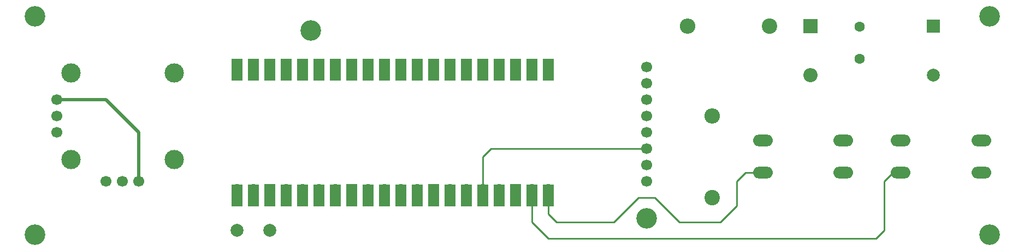
<source format=gbr>
%TF.GenerationSoftware,KiCad,Pcbnew,7.0.10*%
%TF.CreationDate,2024-02-15T20:28:35+01:00*%
%TF.ProjectId,pico_game_console,7069636f-5f67-4616-9d65-5f636f6e736f,rev?*%
%TF.SameCoordinates,Original*%
%TF.FileFunction,Copper,L2,Bot*%
%TF.FilePolarity,Positive*%
%FSLAX46Y46*%
G04 Gerber Fmt 4.6, Leading zero omitted, Abs format (unit mm)*
G04 Created by KiCad (PCBNEW 7.0.10) date 2024-02-15 20:28:35*
%MOMM*%
%LPD*%
G01*
G04 APERTURE LIST*
%TA.AperFunction,ComponentPad*%
%ADD10C,1.700000*%
%TD*%
%TA.AperFunction,ComponentPad*%
%ADD11O,1.700000X1.700000*%
%TD*%
%TA.AperFunction,SMDPad,CuDef*%
%ADD12R,1.700000X3.500000*%
%TD*%
%TA.AperFunction,ComponentPad*%
%ADD13R,1.700000X1.700000*%
%TD*%
%TA.AperFunction,ComponentPad*%
%ADD14C,3.000000*%
%TD*%
%TA.AperFunction,ComponentPad*%
%ADD15C,2.000000*%
%TD*%
%TA.AperFunction,ComponentPad*%
%ADD16O,3.048000X1.850000*%
%TD*%
%TA.AperFunction,ComponentPad*%
%ADD17O,2.400000X2.400000*%
%TD*%
%TA.AperFunction,ComponentPad*%
%ADD18C,2.400000*%
%TD*%
%TA.AperFunction,ComponentPad*%
%ADD19R,2.200000X2.200000*%
%TD*%
%TA.AperFunction,ComponentPad*%
%ADD20O,2.200000X2.200000*%
%TD*%
%TA.AperFunction,ComponentPad*%
%ADD21C,1.600000*%
%TD*%
%TA.AperFunction,ComponentPad*%
%ADD22R,2.000000X2.000000*%
%TD*%
%TA.AperFunction,ViaPad*%
%ADD23C,3.200000*%
%TD*%
%TA.AperFunction,Conductor*%
%ADD24C,0.250000*%
%TD*%
%TA.AperFunction,Conductor*%
%ADD25C,0.500000*%
%TD*%
G04 APERTURE END LIST*
D10*
%TO.P,LCD1,1,VCC*%
%TO.N,Net-(LCD1-VCC)*%
X135890000Y-45720000D03*
%TO.P,LCD1,2,GND*%
%TO.N,Net-(BZ1--)*%
X135890000Y-43180000D03*
%TO.P,LCD1,3,DIN*%
%TO.N,Net-(LCD1-DIN)*%
X135890000Y-40640000D03*
%TO.P,LCD1,4,CLK*%
%TO.N,Net-(LCD1-CLK)*%
X135890000Y-38100000D03*
%TO.P,LCD1,5,CS*%
%TO.N,Net-(LCD1-CS)*%
X135890000Y-35560000D03*
%TO.P,LCD1,6,DC*%
%TO.N,Net-(LCD1-DC)*%
X135890000Y-33020000D03*
%TO.P,LCD1,7,RST*%
%TO.N,Net-(LCD1-RST)*%
X135890000Y-30480000D03*
%TO.P,LCD1,8,BL*%
%TO.N,Net-(LCD1-BL)*%
X135890000Y-27940000D03*
%TD*%
D11*
%TO.P,U1,1,GPIO0*%
%TO.N,unconnected-(U1-GPIO0-Pad1)*%
X72390000Y-29210000D03*
D12*
X72390000Y-28310000D03*
D11*
%TO.P,U1,2,GPIO1*%
%TO.N,unconnected-(U1-GPIO1-Pad2)*%
X74930000Y-29210000D03*
D12*
X74930000Y-28310000D03*
%TO.P,U1,3,GND*%
%TO.N,unconnected-(U1-GND-Pad3)*%
X77470000Y-28310000D03*
D13*
X77470000Y-29210000D03*
D11*
%TO.P,U1,4,GPIO2*%
%TO.N,unconnected-(U1-GPIO2-Pad4)*%
X80010000Y-29210000D03*
D12*
X80010000Y-28310000D03*
D11*
%TO.P,U1,5,GPIO3*%
%TO.N,unconnected-(U1-GPIO3-Pad5)*%
X82550000Y-29210000D03*
D12*
X82550000Y-28310000D03*
D11*
%TO.P,U1,6,GPIO4*%
%TO.N,unconnected-(U1-GPIO4-Pad6)*%
X85090000Y-29210000D03*
D12*
X85090000Y-28310000D03*
%TO.P,U1,7,GPIO5*%
%TO.N,unconnected-(U1-GPIO5-Pad7)*%
X87630000Y-28310000D03*
D11*
X87630000Y-29210000D03*
D13*
%TO.P,U1,8,GND*%
%TO.N,unconnected-(U1-GND-Pad8)*%
X90170000Y-29210000D03*
D12*
X90170000Y-28310000D03*
%TO.P,U1,9,GPIO6*%
%TO.N,unconnected-(U1-GPIO6-Pad9)*%
X92710000Y-28310000D03*
D11*
X92710000Y-29210000D03*
%TO.P,U1,10,GPIO7*%
%TO.N,unconnected-(U1-GPIO7-Pad10)*%
X95250000Y-29210000D03*
D12*
X95250000Y-28310000D03*
%TO.P,U1,11,GPIO8*%
%TO.N,unconnected-(U1-GPIO8-Pad11)*%
X97790000Y-28310000D03*
D11*
X97790000Y-29210000D03*
%TO.P,U1,12,GPIO9*%
%TO.N,unconnected-(U1-GPIO9-Pad12)*%
X100330000Y-29210000D03*
D12*
X100330000Y-28310000D03*
D13*
%TO.P,U1,13,GND*%
%TO.N,unconnected-(U1-GND-Pad13)*%
X102870000Y-29210000D03*
D12*
X102870000Y-28310000D03*
%TO.P,U1,14,GPIO10*%
%TO.N,unconnected-(U1-GPIO10-Pad14)*%
X105410000Y-28310000D03*
D11*
X105410000Y-29210000D03*
%TO.P,U1,15,GPIO11*%
%TO.N,Net-(LCD1-CS)*%
X107950000Y-29210000D03*
D12*
X107950000Y-28310000D03*
%TO.P,U1,16,GPIO12*%
%TO.N,Net-(LCD1-DC)*%
X110490000Y-28310000D03*
D11*
X110490000Y-29210000D03*
D12*
%TO.P,U1,17,GPIO13*%
%TO.N,Net-(LCD1-RST)*%
X113030000Y-28310000D03*
D11*
X113030000Y-29210000D03*
D12*
%TO.P,U1,18,GND*%
%TO.N,unconnected-(U1-GND-Pad18)*%
X115570000Y-28310000D03*
D13*
X115570000Y-29210000D03*
D11*
%TO.P,U1,19,GPIO14*%
%TO.N,Net-(U1-GPIO14)*%
X118110000Y-29210000D03*
D12*
X118110000Y-28310000D03*
%TO.P,U1,20,GPIO15*%
%TO.N,Net-(LCD1-BL)*%
X120650000Y-28310000D03*
D11*
X120650000Y-29210000D03*
D12*
%TO.P,U1,21,GPIO16*%
%TO.N,Net-(U1-GPIO16)*%
X120650000Y-47890000D03*
D11*
X120650000Y-46990000D03*
D12*
%TO.P,U1,22,GPIO17*%
%TO.N,Net-(U1-GPIO17)*%
X118110000Y-47890000D03*
D11*
X118110000Y-46990000D03*
D12*
%TO.P,U1,23,GND*%
%TO.N,Net-(BZ1--)*%
X115570000Y-47890000D03*
D13*
X115570000Y-46990000D03*
D11*
%TO.P,U1,24,GPIO18*%
%TO.N,Net-(LCD1-CLK)*%
X113030000Y-46990000D03*
D12*
X113030000Y-47890000D03*
%TO.P,U1,25,GPIO19*%
%TO.N,Net-(LCD1-DIN)*%
X110490000Y-47890000D03*
D11*
X110490000Y-46990000D03*
D12*
%TO.P,U1,26,GPIO20*%
%TO.N,unconnected-(U1-GPIO20-Pad26)*%
X107950000Y-47890000D03*
D11*
X107950000Y-46990000D03*
%TO.P,U1,27,GPIO21*%
%TO.N,unconnected-(U1-GPIO21-Pad27)*%
X105410000Y-46990000D03*
D12*
X105410000Y-47890000D03*
D13*
%TO.P,U1,28,GND*%
%TO.N,unconnected-(U1-GND-Pad28)*%
X102870000Y-46990000D03*
D12*
X102870000Y-47890000D03*
D11*
%TO.P,U1,29,GPIO22*%
%TO.N,unconnected-(U1-GPIO22-Pad29)*%
X100330000Y-46990000D03*
D12*
X100330000Y-47890000D03*
%TO.P,U1,30,RUN*%
%TO.N,unconnected-(U1-RUN-Pad30)*%
X97790000Y-47890000D03*
D11*
X97790000Y-46990000D03*
%TO.P,U1,31,GPIO26_ADC0*%
%TO.N,Net-(JOY1-YOUT)*%
X95250000Y-46990000D03*
D12*
X95250000Y-47890000D03*
D11*
%TO.P,U1,32,GPIO27_ADC1*%
%TO.N,Net-(JOY1-XOUT)*%
X92710000Y-46990000D03*
D12*
X92710000Y-47890000D03*
%TO.P,U1,33,AGND*%
%TO.N,Net-(U1-AGND)*%
X90170000Y-47890000D03*
D13*
X90170000Y-46990000D03*
D12*
%TO.P,U1,34,GPIO28_ADC2*%
%TO.N,unconnected-(U1-GPIO28_ADC2-Pad34)*%
X87630000Y-47890000D03*
D11*
X87630000Y-46990000D03*
D12*
%TO.P,U1,35,ADC_VREF*%
%TO.N,unconnected-(U1-ADC_VREF-Pad35)*%
X85090000Y-47890000D03*
D11*
X85090000Y-46990000D03*
%TO.P,U1,36,3V3*%
%TO.N,Net-(LCD1-VCC)*%
X82550000Y-46990000D03*
D12*
X82550000Y-47890000D03*
%TO.P,U1,37,3V3_EN*%
%TO.N,unconnected-(U1-3V3_EN-Pad37)*%
X80010000Y-47890000D03*
D11*
X80010000Y-46990000D03*
D12*
%TO.P,U1,38,GND*%
%TO.N,Net-(+3V/GND1--)*%
X77470000Y-47890000D03*
D13*
X77470000Y-46990000D03*
D12*
%TO.P,U1,39,VSYS*%
%TO.N,Net-(+3V/GND1-+)*%
X74930000Y-47890000D03*
D11*
X74930000Y-46990000D03*
%TO.P,U1,40,VBUS*%
%TO.N,unconnected-(U1-VBUS-Pad40)*%
X72390000Y-46990000D03*
D12*
X72390000Y-47890000D03*
%TD*%
D10*
%TO.P,JOY1,1,VCC*%
%TO.N,Net-(LCD1-VCC)*%
X52070000Y-45720000D03*
%TO.P,JOY1,2,XOUT*%
%TO.N,Net-(JOY1-XOUT)*%
X54610000Y-45720000D03*
%TO.P,JOY1,3,GND*%
%TO.N,Net-(U1-AGND)*%
X57150000Y-45720000D03*
%TO.P,JOY1,4,GND*%
%TO.N,Net-(LCD1-VCC)*%
X44450000Y-38100000D03*
%TO.P,JOY1,5,YOUT*%
%TO.N,Net-(JOY1-YOUT)*%
X44450000Y-35560000D03*
%TO.P,JOY1,6,VCC*%
%TO.N,Net-(U1-AGND)*%
X44450000Y-33020000D03*
D14*
%TO.P,JOY1,8*%
%TO.N,N/C*%
X46610000Y-28810000D03*
X46610000Y-42310000D03*
X62610000Y-28810000D03*
X62610000Y-42310000D03*
%TD*%
D15*
%TO.P,+3V/GND1,1,+*%
%TO.N,Net-(+3V/GND1-+)*%
X72390000Y-53340000D03*
%TO.P,+3V/GND1,2,-*%
%TO.N,Net-(+3V/GND1--)*%
X77470000Y-53340000D03*
%TD*%
D16*
%TO.P,SW2,2,2*%
%TO.N,Net-(U1-GPIO17)*%
X187760000Y-44370000D03*
X175260000Y-44370000D03*
%TO.P,SW2,1,1*%
%TO.N,Net-(R1-Pad2)*%
X187760000Y-39370000D03*
X175260000Y-39370000D03*
%TD*%
%TO.P,SW1,2,2*%
%TO.N,Net-(U1-GPIO16)*%
X166370000Y-44370000D03*
X153870000Y-44370000D03*
%TO.P,SW1,1,1*%
%TO.N,Net-(R1-Pad2)*%
X166370000Y-39370000D03*
X153870000Y-39370000D03*
%TD*%
D17*
%TO.P,R2,2*%
%TO.N,Net-(U1-GPIO14)*%
X142240000Y-21590000D03*
D18*
%TO.P,R2,1*%
%TO.N,Net-(BZ1-+)*%
X154940000Y-21590000D03*
%TD*%
%TO.P,R1,1*%
%TO.N,Net-(LCD1-VCC)*%
X146050000Y-48260000D03*
D17*
%TO.P,R1,2*%
%TO.N,Net-(R1-Pad2)*%
X146050000Y-35560000D03*
%TD*%
D19*
%TO.P,D1,1,K*%
%TO.N,Net-(BZ1-+)*%
X161290000Y-21590000D03*
D20*
%TO.P,D1,2,A*%
%TO.N,Net-(BZ1--)*%
X161290000Y-29210000D03*
%TD*%
D21*
%TO.P,C1,1*%
%TO.N,Net-(BZ1-+)*%
X168910000Y-21630000D03*
%TO.P,C1,2*%
%TO.N,Net-(BZ1--)*%
X168910000Y-26630000D03*
%TD*%
D22*
%TO.P,BZ1,1,+*%
%TO.N,Net-(BZ1-+)*%
X180340000Y-21600000D03*
D15*
%TO.P,BZ1,2,-*%
%TO.N,Net-(BZ1--)*%
X180340000Y-29200000D03*
%TD*%
D23*
%TO.N,*%
X189000000Y-20000000D03*
X189000000Y-54000000D03*
X41000000Y-54000000D03*
X41000000Y-20000000D03*
X83820000Y-22225000D03*
X135890000Y-51435000D03*
%TD*%
D24*
%TO.N,Net-(U1-GPIO16)*%
X130810000Y-52070000D02*
X121920000Y-52070000D01*
X134620000Y-48260000D02*
X130810000Y-52070000D01*
X137160000Y-48260000D02*
X134620000Y-48260000D01*
X138430000Y-49530000D02*
X137160000Y-48260000D01*
X140970000Y-52070000D02*
X138430000Y-49530000D01*
X147320000Y-52070000D02*
X140970000Y-52070000D01*
X151210000Y-44370000D02*
X153870000Y-44370000D01*
X149860000Y-49530000D02*
X149860000Y-45720000D01*
X147320000Y-52070000D02*
X149860000Y-49530000D01*
X149860000Y-45720000D02*
X151210000Y-44370000D01*
%TO.N,Net-(U1-GPIO17)*%
X175260000Y-44370000D02*
X174070000Y-44370000D01*
X174070000Y-44370000D02*
X172720000Y-45720000D01*
D25*
%TO.N,Net-(U1-AGND)*%
X52070000Y-33020000D02*
X57150000Y-38100000D01*
X44450000Y-33020000D02*
X52070000Y-33020000D01*
X57150000Y-38100000D02*
X57150000Y-45720000D01*
D24*
%TO.N,Net-(LCD1-DIN)*%
X110490000Y-41910000D02*
X110490000Y-46990000D01*
X111760000Y-40640000D02*
X110490000Y-41910000D01*
X135890000Y-40640000D02*
X111760000Y-40640000D01*
%TO.N,Net-(U1-GPIO17)*%
X120650000Y-54610000D02*
X118110000Y-52070000D01*
X118110000Y-52070000D02*
X118110000Y-46990000D01*
X172720000Y-53340000D02*
X171450000Y-54610000D01*
X171450000Y-54610000D02*
X120650000Y-54610000D01*
X172720000Y-45720000D02*
X172720000Y-53340000D01*
%TO.N,Net-(U1-GPIO16)*%
X120650000Y-50800000D02*
X120650000Y-46990000D01*
X121920000Y-52070000D02*
X120650000Y-50800000D01*
%TD*%
M02*

</source>
